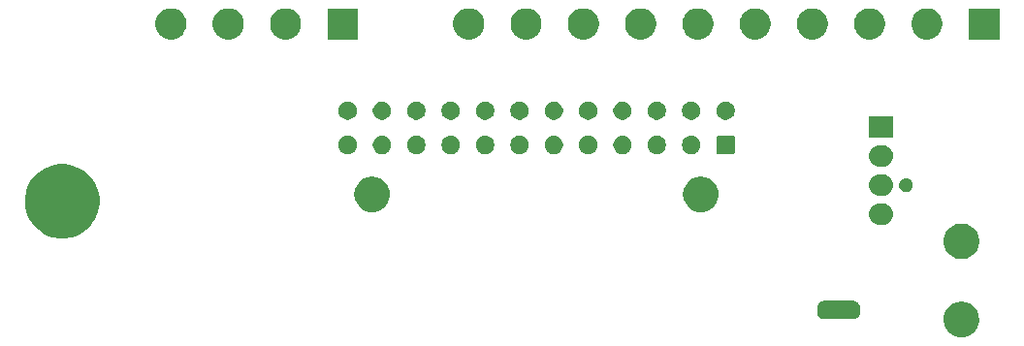
<source format=gbr>
G04 #@! TF.GenerationSoftware,KiCad,Pcbnew,5.1.5-52549c5~84~ubuntu18.04.1*
G04 #@! TF.CreationDate,2020-03-22T20:22:03-04:00*
G04 #@! TF.ProjectId,imac_g3_down_converter_board_adapter,696d6163-5f67-4335-9f64-6f776e5f636f,1*
G04 #@! TF.SameCoordinates,Original*
G04 #@! TF.FileFunction,Soldermask,Top*
G04 #@! TF.FilePolarity,Negative*
%FSLAX46Y46*%
G04 Gerber Fmt 4.6, Leading zero omitted, Abs format (unit mm)*
G04 Created by KiCad (PCBNEW 5.1.5-52549c5~84~ubuntu18.04.1) date 2020-03-22 20:22:03*
%MOMM*%
%LPD*%
G04 APERTURE LIST*
%ADD10C,0.100000*%
G04 APERTURE END LIST*
D10*
G36*
X171764585Y-93993803D02*
G01*
X171914410Y-94023605D01*
X172196674Y-94140522D01*
X172450705Y-94310260D01*
X172666741Y-94526296D01*
X172836479Y-94780327D01*
X172953396Y-95062591D01*
X172978711Y-95189858D01*
X172999314Y-95293434D01*
X173013000Y-95362241D01*
X173013000Y-95667761D01*
X172953396Y-95967411D01*
X172836479Y-96249675D01*
X172666741Y-96503706D01*
X172450705Y-96719742D01*
X172196674Y-96889480D01*
X171914410Y-97006397D01*
X171764585Y-97036199D01*
X171614761Y-97066001D01*
X171309239Y-97066001D01*
X171159415Y-97036199D01*
X171009590Y-97006397D01*
X170727326Y-96889480D01*
X170473295Y-96719742D01*
X170257259Y-96503706D01*
X170087521Y-96249675D01*
X169970604Y-95967411D01*
X169911000Y-95667761D01*
X169911000Y-95362241D01*
X169924687Y-95293434D01*
X169945289Y-95189858D01*
X169970604Y-95062591D01*
X170087521Y-94780327D01*
X170257259Y-94526296D01*
X170473295Y-94310260D01*
X170727326Y-94140522D01*
X171009590Y-94023605D01*
X171159415Y-93993803D01*
X171309239Y-93964001D01*
X171614761Y-93964001D01*
X171764585Y-93993803D01*
G37*
G36*
X160021999Y-93889737D02*
G01*
X160036528Y-93894145D01*
X160049711Y-93899606D01*
X160073745Y-93904388D01*
X160098249Y-93904389D01*
X160122282Y-93899609D01*
X160144921Y-93890232D01*
X160146765Y-93889000D01*
X161378050Y-93889000D01*
X161390164Y-93895475D01*
X161413613Y-93902588D01*
X161437999Y-93904990D01*
X161462385Y-93902588D01*
X161485834Y-93895475D01*
X161490746Y-93893152D01*
X161502001Y-93889737D01*
X161518140Y-93888148D01*
X162055861Y-93888148D01*
X162074199Y-93889954D01*
X162086450Y-93890556D01*
X162104869Y-93890556D01*
X162127149Y-93892750D01*
X162211233Y-93909476D01*
X162232660Y-93915976D01*
X162311858Y-93948780D01*
X162317303Y-93951691D01*
X162317309Y-93951693D01*
X162326169Y-93956429D01*
X162326173Y-93956432D01*
X162331614Y-93959340D01*
X162402899Y-94006971D01*
X162420204Y-94021172D01*
X162480828Y-94081796D01*
X162495029Y-94099101D01*
X162542660Y-94170386D01*
X162545568Y-94175827D01*
X162545571Y-94175831D01*
X162550307Y-94184691D01*
X162550309Y-94184697D01*
X162553220Y-94190142D01*
X162586024Y-94269340D01*
X162592524Y-94290767D01*
X162609250Y-94374851D01*
X162611444Y-94397131D01*
X162611444Y-94415550D01*
X162612046Y-94427801D01*
X162613852Y-94446139D01*
X162613852Y-94933862D01*
X162612046Y-94952199D01*
X162611444Y-94964450D01*
X162611444Y-94982869D01*
X162609250Y-95005149D01*
X162592524Y-95089233D01*
X162586024Y-95110660D01*
X162553220Y-95189858D01*
X162550309Y-95195303D01*
X162550307Y-95195309D01*
X162545571Y-95204169D01*
X162545568Y-95204173D01*
X162542660Y-95209614D01*
X162495029Y-95280899D01*
X162480828Y-95298204D01*
X162420204Y-95358828D01*
X162402899Y-95373029D01*
X162331614Y-95420660D01*
X162326173Y-95423568D01*
X162326169Y-95423571D01*
X162317309Y-95428307D01*
X162317303Y-95428309D01*
X162311858Y-95431220D01*
X162232660Y-95464024D01*
X162211233Y-95470524D01*
X162127149Y-95487250D01*
X162104869Y-95489444D01*
X162086450Y-95489444D01*
X162074199Y-95490046D01*
X162055862Y-95491852D01*
X161518140Y-95491852D01*
X161502001Y-95490263D01*
X161487472Y-95485855D01*
X161474289Y-95480394D01*
X161450255Y-95475612D01*
X161425751Y-95475611D01*
X161401718Y-95480391D01*
X161379079Y-95489768D01*
X161377235Y-95491000D01*
X160145950Y-95491000D01*
X160133836Y-95484525D01*
X160110387Y-95477412D01*
X160086001Y-95475010D01*
X160061615Y-95477412D01*
X160038166Y-95484525D01*
X160033254Y-95486848D01*
X160021999Y-95490263D01*
X160005860Y-95491852D01*
X159468138Y-95491852D01*
X159449801Y-95490046D01*
X159437550Y-95489444D01*
X159419131Y-95489444D01*
X159396851Y-95487250D01*
X159312767Y-95470524D01*
X159291340Y-95464024D01*
X159212142Y-95431220D01*
X159206697Y-95428309D01*
X159206691Y-95428307D01*
X159197831Y-95423571D01*
X159197827Y-95423568D01*
X159192386Y-95420660D01*
X159121101Y-95373029D01*
X159103796Y-95358828D01*
X159043172Y-95298204D01*
X159028971Y-95280899D01*
X158981340Y-95209614D01*
X158978432Y-95204173D01*
X158978429Y-95204169D01*
X158973693Y-95195309D01*
X158973691Y-95195303D01*
X158970780Y-95189858D01*
X158937976Y-95110660D01*
X158931476Y-95089233D01*
X158914750Y-95005149D01*
X158912556Y-94982869D01*
X158912556Y-94964450D01*
X158911954Y-94952199D01*
X158910148Y-94933862D01*
X158910148Y-94446139D01*
X158911954Y-94427801D01*
X158912556Y-94415550D01*
X158912556Y-94397131D01*
X158914750Y-94374851D01*
X158931476Y-94290767D01*
X158937976Y-94269340D01*
X158970780Y-94190142D01*
X158973691Y-94184697D01*
X158973693Y-94184691D01*
X158978429Y-94175831D01*
X158978432Y-94175827D01*
X158981340Y-94170386D01*
X159028971Y-94099101D01*
X159043172Y-94081796D01*
X159103796Y-94021172D01*
X159121101Y-94006971D01*
X159192386Y-93959340D01*
X159197827Y-93956432D01*
X159197831Y-93956429D01*
X159206691Y-93951693D01*
X159206697Y-93951691D01*
X159212142Y-93948780D01*
X159291340Y-93915976D01*
X159312767Y-93909476D01*
X159396851Y-93892750D01*
X159419131Y-93890556D01*
X159437550Y-93890556D01*
X159449801Y-93889954D01*
X159468139Y-93888148D01*
X160005860Y-93888148D01*
X160021999Y-93889737D01*
G37*
G36*
X171764585Y-87168802D02*
G01*
X171914410Y-87198604D01*
X172196674Y-87315521D01*
X172450705Y-87485259D01*
X172666741Y-87701295D01*
X172836479Y-87955326D01*
X172953396Y-88237590D01*
X173013000Y-88537240D01*
X173013000Y-88842760D01*
X172953396Y-89142410D01*
X172836479Y-89424674D01*
X172666741Y-89678705D01*
X172450705Y-89894741D01*
X172196674Y-90064479D01*
X171914410Y-90181396D01*
X171764585Y-90211198D01*
X171614761Y-90241000D01*
X171309239Y-90241000D01*
X171159415Y-90211198D01*
X171009590Y-90181396D01*
X170727326Y-90064479D01*
X170473295Y-89894741D01*
X170257259Y-89678705D01*
X170087521Y-89424674D01*
X169970604Y-89142410D01*
X169911000Y-88842760D01*
X169911000Y-88537240D01*
X169970604Y-88237590D01*
X170087521Y-87955326D01*
X170257259Y-87701295D01*
X170473295Y-87485259D01*
X170727326Y-87315521D01*
X171009590Y-87198604D01*
X171159415Y-87168802D01*
X171309239Y-87139000D01*
X171614761Y-87139000D01*
X171764585Y-87168802D01*
G37*
G36*
X93565291Y-81995311D02*
G01*
X93910282Y-82063934D01*
X94501926Y-82309001D01*
X94791523Y-82502504D01*
X95034391Y-82664783D01*
X95487217Y-83117609D01*
X95557986Y-83223523D01*
X95842999Y-83650074D01*
X96088066Y-84241718D01*
X96126958Y-84437240D01*
X96213000Y-84869803D01*
X96213000Y-85510197D01*
X96183370Y-85659156D01*
X96088066Y-86138282D01*
X95842999Y-86729926D01*
X95595265Y-87100685D01*
X95511533Y-87226000D01*
X95487216Y-87262392D01*
X95034392Y-87715216D01*
X94501926Y-88070999D01*
X93910282Y-88316066D01*
X93596239Y-88378533D01*
X93282197Y-88441000D01*
X92641803Y-88441000D01*
X92327761Y-88378533D01*
X92013718Y-88316066D01*
X91422074Y-88070999D01*
X90889608Y-87715216D01*
X90436784Y-87262392D01*
X90412468Y-87226000D01*
X90328735Y-87100685D01*
X90081001Y-86729926D01*
X89835934Y-86138282D01*
X89740630Y-85659156D01*
X89711000Y-85510197D01*
X89711000Y-84869803D01*
X89797042Y-84437240D01*
X89835934Y-84241718D01*
X90081001Y-83650074D01*
X90366014Y-83223523D01*
X90436783Y-83117609D01*
X90889609Y-82664783D01*
X91132477Y-82502504D01*
X91422074Y-82309001D01*
X92013718Y-82063934D01*
X92358709Y-81995311D01*
X92641803Y-81939000D01*
X93282197Y-81939000D01*
X93565291Y-81995311D01*
G37*
G36*
X164772343Y-85405361D02*
G01*
X164791568Y-85407254D01*
X164964234Y-85459632D01*
X165123365Y-85544689D01*
X165262844Y-85659156D01*
X165377311Y-85798635D01*
X165462368Y-85957766D01*
X165514746Y-86130433D01*
X165532432Y-86310000D01*
X165514746Y-86489567D01*
X165462368Y-86662234D01*
X165377311Y-86821365D01*
X165262844Y-86960844D01*
X165123365Y-87075311D01*
X164964234Y-87160368D01*
X164791568Y-87212746D01*
X164772343Y-87214639D01*
X164656998Y-87226000D01*
X164267002Y-87226000D01*
X164151657Y-87214639D01*
X164132432Y-87212746D01*
X163959766Y-87160368D01*
X163800635Y-87075311D01*
X163661156Y-86960844D01*
X163546689Y-86821365D01*
X163461632Y-86662234D01*
X163409254Y-86489567D01*
X163391568Y-86310000D01*
X163409254Y-86130433D01*
X163461632Y-85957766D01*
X163546689Y-85798635D01*
X163661156Y-85659156D01*
X163800635Y-85544689D01*
X163959766Y-85459632D01*
X164132432Y-85407254D01*
X164151657Y-85405361D01*
X164267002Y-85394000D01*
X164656998Y-85394000D01*
X164772343Y-85405361D01*
G37*
G36*
X149024585Y-83068802D02*
G01*
X149174410Y-83098604D01*
X149456674Y-83215521D01*
X149710705Y-83385259D01*
X149926741Y-83601295D01*
X150096479Y-83855326D01*
X150213396Y-84137590D01*
X150241994Y-84281363D01*
X150273000Y-84437239D01*
X150273000Y-84742761D01*
X150263538Y-84790329D01*
X150213396Y-85042410D01*
X150096479Y-85324674D01*
X149926741Y-85578705D01*
X149710705Y-85794741D01*
X149456674Y-85964479D01*
X149174410Y-86081396D01*
X149024585Y-86111198D01*
X148874761Y-86141000D01*
X148569239Y-86141000D01*
X148419415Y-86111198D01*
X148269590Y-86081396D01*
X147987326Y-85964479D01*
X147733295Y-85794741D01*
X147517259Y-85578705D01*
X147347521Y-85324674D01*
X147230604Y-85042410D01*
X147180462Y-84790329D01*
X147171000Y-84742761D01*
X147171000Y-84437239D01*
X147202006Y-84281363D01*
X147230604Y-84137590D01*
X147347521Y-83855326D01*
X147517259Y-83601295D01*
X147733295Y-83385259D01*
X147987326Y-83215521D01*
X148269590Y-83098604D01*
X148419415Y-83068802D01*
X148569239Y-83039000D01*
X148874761Y-83039000D01*
X149024585Y-83068802D01*
G37*
G36*
X120324585Y-83068802D02*
G01*
X120474410Y-83098604D01*
X120756674Y-83215521D01*
X121010705Y-83385259D01*
X121226741Y-83601295D01*
X121396479Y-83855326D01*
X121513396Y-84137590D01*
X121541994Y-84281363D01*
X121573000Y-84437239D01*
X121573000Y-84742761D01*
X121563538Y-84790329D01*
X121513396Y-85042410D01*
X121396479Y-85324674D01*
X121226741Y-85578705D01*
X121010705Y-85794741D01*
X120756674Y-85964479D01*
X120474410Y-86081396D01*
X120324585Y-86111198D01*
X120174761Y-86141000D01*
X119869239Y-86141000D01*
X119719415Y-86111198D01*
X119569590Y-86081396D01*
X119287326Y-85964479D01*
X119033295Y-85794741D01*
X118817259Y-85578705D01*
X118647521Y-85324674D01*
X118530604Y-85042410D01*
X118480462Y-84790329D01*
X118471000Y-84742761D01*
X118471000Y-84437239D01*
X118502006Y-84281363D01*
X118530604Y-84137590D01*
X118647521Y-83855326D01*
X118817259Y-83601295D01*
X119033295Y-83385259D01*
X119287326Y-83215521D01*
X119569590Y-83098604D01*
X119719415Y-83068802D01*
X119869239Y-83039000D01*
X120174761Y-83039000D01*
X120324585Y-83068802D01*
G37*
G36*
X164772343Y-82865361D02*
G01*
X164791568Y-82867254D01*
X164964234Y-82919632D01*
X165123365Y-83004689D01*
X165262844Y-83119156D01*
X165377311Y-83258635D01*
X165462368Y-83417766D01*
X165514746Y-83590433D01*
X165532432Y-83770000D01*
X165514746Y-83949567D01*
X165462368Y-84122234D01*
X165377311Y-84281365D01*
X165262844Y-84420844D01*
X165123365Y-84535311D01*
X164964234Y-84620368D01*
X164791568Y-84672746D01*
X164772343Y-84674639D01*
X164656998Y-84686000D01*
X164267002Y-84686000D01*
X164151657Y-84674639D01*
X164132432Y-84672746D01*
X163959766Y-84620368D01*
X163800635Y-84535311D01*
X163661156Y-84420844D01*
X163546689Y-84281365D01*
X163461632Y-84122234D01*
X163409254Y-83949567D01*
X163391568Y-83770000D01*
X163409254Y-83590433D01*
X163461632Y-83417766D01*
X163546689Y-83258635D01*
X163661156Y-83119156D01*
X163800635Y-83004689D01*
X163959766Y-82919632D01*
X164132432Y-82867254D01*
X164151657Y-82865361D01*
X164267002Y-82854000D01*
X164656998Y-82854000D01*
X164772343Y-82865361D01*
G37*
G36*
X166758601Y-83184397D02*
G01*
X166797305Y-83192096D01*
X166829340Y-83205365D01*
X166906680Y-83237400D01*
X167005115Y-83303173D01*
X167088827Y-83386885D01*
X167154600Y-83485320D01*
X167176157Y-83537364D01*
X167198139Y-83590433D01*
X167199904Y-83594696D01*
X167223000Y-83710805D01*
X167223000Y-83829195D01*
X167210385Y-83892615D01*
X167199904Y-83945305D01*
X167198138Y-83949568D01*
X167154600Y-84054680D01*
X167088827Y-84153115D01*
X167005115Y-84236827D01*
X166906680Y-84302600D01*
X166829340Y-84334635D01*
X166797305Y-84347904D01*
X166758601Y-84355603D01*
X166681195Y-84371000D01*
X166562805Y-84371000D01*
X166485399Y-84355603D01*
X166446695Y-84347904D01*
X166414660Y-84334635D01*
X166337320Y-84302600D01*
X166238885Y-84236827D01*
X166155173Y-84153115D01*
X166089400Y-84054680D01*
X166045862Y-83949568D01*
X166044096Y-83945305D01*
X166033615Y-83892615D01*
X166021000Y-83829195D01*
X166021000Y-83710805D01*
X166044096Y-83594696D01*
X166045862Y-83590433D01*
X166067843Y-83537364D01*
X166089400Y-83485320D01*
X166155173Y-83386885D01*
X166238885Y-83303173D01*
X166337320Y-83237400D01*
X166414660Y-83205365D01*
X166446695Y-83192096D01*
X166485399Y-83184397D01*
X166562805Y-83169000D01*
X166681195Y-83169000D01*
X166758601Y-83184397D01*
G37*
G36*
X164772343Y-80325361D02*
G01*
X164791568Y-80327254D01*
X164862898Y-80348892D01*
X164964234Y-80379632D01*
X165123365Y-80464689D01*
X165262844Y-80579156D01*
X165377311Y-80718635D01*
X165462368Y-80877766D01*
X165466740Y-80892178D01*
X165511648Y-81040218D01*
X165514746Y-81050433D01*
X165532432Y-81230000D01*
X165514746Y-81409567D01*
X165462368Y-81582234D01*
X165377311Y-81741365D01*
X165262844Y-81880844D01*
X165123365Y-81995311D01*
X164964234Y-82080368D01*
X164877900Y-82106557D01*
X164791568Y-82132746D01*
X164772343Y-82134639D01*
X164656998Y-82146000D01*
X164267002Y-82146000D01*
X164151657Y-82134639D01*
X164132432Y-82132746D01*
X164046100Y-82106557D01*
X163959766Y-82080368D01*
X163800635Y-81995311D01*
X163661156Y-81880844D01*
X163546689Y-81741365D01*
X163461632Y-81582234D01*
X163409254Y-81409567D01*
X163391568Y-81230000D01*
X163409254Y-81050433D01*
X163412353Y-81040218D01*
X163457260Y-80892178D01*
X163461632Y-80877766D01*
X163546689Y-80718635D01*
X163661156Y-80579156D01*
X163800635Y-80464689D01*
X163959766Y-80379632D01*
X164061102Y-80348892D01*
X164132432Y-80327254D01*
X164151657Y-80325361D01*
X164267002Y-80314000D01*
X164656998Y-80314000D01*
X164772343Y-80325361D01*
G37*
G36*
X151535048Y-79473122D02*
G01*
X151569387Y-79483539D01*
X151601036Y-79500456D01*
X151628778Y-79523222D01*
X151651544Y-79550964D01*
X151668461Y-79582613D01*
X151678878Y-79616952D01*
X151683000Y-79658807D01*
X151683000Y-80881193D01*
X151678878Y-80923048D01*
X151668461Y-80957387D01*
X151651544Y-80989036D01*
X151628778Y-81016778D01*
X151601036Y-81039544D01*
X151569387Y-81056461D01*
X151535048Y-81066878D01*
X151493193Y-81071000D01*
X150270807Y-81071000D01*
X150228952Y-81066878D01*
X150194613Y-81056461D01*
X150162964Y-81039544D01*
X150135222Y-81016778D01*
X150112456Y-80989036D01*
X150095539Y-80957387D01*
X150085122Y-80923048D01*
X150081000Y-80881193D01*
X150081000Y-79658807D01*
X150085122Y-79616952D01*
X150095539Y-79582613D01*
X150112456Y-79550964D01*
X150135222Y-79523222D01*
X150162964Y-79500456D01*
X150194613Y-79483539D01*
X150228952Y-79473122D01*
X150270807Y-79469000D01*
X151493193Y-79469000D01*
X151535048Y-79473122D01*
G37*
G36*
X118115642Y-79499781D02*
G01*
X118239208Y-79550964D01*
X118261416Y-79560163D01*
X118392608Y-79647822D01*
X118504178Y-79759392D01*
X118591837Y-79890584D01*
X118591838Y-79890586D01*
X118652219Y-80036358D01*
X118683000Y-80191107D01*
X118683000Y-80348893D01*
X118652219Y-80503642D01*
X118591838Y-80649414D01*
X118591837Y-80649416D01*
X118504178Y-80780608D01*
X118392608Y-80892178D01*
X118261416Y-80979837D01*
X118261415Y-80979838D01*
X118261414Y-80979838D01*
X118115642Y-81040219D01*
X117960893Y-81071000D01*
X117803107Y-81071000D01*
X117648358Y-81040219D01*
X117502586Y-80979838D01*
X117502585Y-80979838D01*
X117502584Y-80979837D01*
X117371392Y-80892178D01*
X117259822Y-80780608D01*
X117172163Y-80649416D01*
X117172162Y-80649414D01*
X117111781Y-80503642D01*
X117081000Y-80348893D01*
X117081000Y-80191107D01*
X117111781Y-80036358D01*
X117172162Y-79890586D01*
X117172163Y-79890584D01*
X117259822Y-79759392D01*
X117371392Y-79647822D01*
X117502584Y-79560163D01*
X117524792Y-79550964D01*
X117648358Y-79499781D01*
X117803107Y-79469000D01*
X117960893Y-79469000D01*
X118115642Y-79499781D01*
G37*
G36*
X148115642Y-79499781D02*
G01*
X148239208Y-79550964D01*
X148261416Y-79560163D01*
X148392608Y-79647822D01*
X148504178Y-79759392D01*
X148591837Y-79890584D01*
X148591838Y-79890586D01*
X148652219Y-80036358D01*
X148683000Y-80191107D01*
X148683000Y-80348893D01*
X148652219Y-80503642D01*
X148591838Y-80649414D01*
X148591837Y-80649416D01*
X148504178Y-80780608D01*
X148392608Y-80892178D01*
X148261416Y-80979837D01*
X148261415Y-80979838D01*
X148261414Y-80979838D01*
X148115642Y-81040219D01*
X147960893Y-81071000D01*
X147803107Y-81071000D01*
X147648358Y-81040219D01*
X147502586Y-80979838D01*
X147502585Y-80979838D01*
X147502584Y-80979837D01*
X147371392Y-80892178D01*
X147259822Y-80780608D01*
X147172163Y-80649416D01*
X147172162Y-80649414D01*
X147111781Y-80503642D01*
X147081000Y-80348893D01*
X147081000Y-80191107D01*
X147111781Y-80036358D01*
X147172162Y-79890586D01*
X147172163Y-79890584D01*
X147259822Y-79759392D01*
X147371392Y-79647822D01*
X147502584Y-79560163D01*
X147524792Y-79550964D01*
X147648358Y-79499781D01*
X147803107Y-79469000D01*
X147960893Y-79469000D01*
X148115642Y-79499781D01*
G37*
G36*
X145115642Y-79499781D02*
G01*
X145239208Y-79550964D01*
X145261416Y-79560163D01*
X145392608Y-79647822D01*
X145504178Y-79759392D01*
X145591837Y-79890584D01*
X145591838Y-79890586D01*
X145652219Y-80036358D01*
X145683000Y-80191107D01*
X145683000Y-80348893D01*
X145652219Y-80503642D01*
X145591838Y-80649414D01*
X145591837Y-80649416D01*
X145504178Y-80780608D01*
X145392608Y-80892178D01*
X145261416Y-80979837D01*
X145261415Y-80979838D01*
X145261414Y-80979838D01*
X145115642Y-81040219D01*
X144960893Y-81071000D01*
X144803107Y-81071000D01*
X144648358Y-81040219D01*
X144502586Y-80979838D01*
X144502585Y-80979838D01*
X144502584Y-80979837D01*
X144371392Y-80892178D01*
X144259822Y-80780608D01*
X144172163Y-80649416D01*
X144172162Y-80649414D01*
X144111781Y-80503642D01*
X144081000Y-80348893D01*
X144081000Y-80191107D01*
X144111781Y-80036358D01*
X144172162Y-79890586D01*
X144172163Y-79890584D01*
X144259822Y-79759392D01*
X144371392Y-79647822D01*
X144502584Y-79560163D01*
X144524792Y-79550964D01*
X144648358Y-79499781D01*
X144803107Y-79469000D01*
X144960893Y-79469000D01*
X145115642Y-79499781D01*
G37*
G36*
X142115642Y-79499781D02*
G01*
X142239208Y-79550964D01*
X142261416Y-79560163D01*
X142392608Y-79647822D01*
X142504178Y-79759392D01*
X142591837Y-79890584D01*
X142591838Y-79890586D01*
X142652219Y-80036358D01*
X142683000Y-80191107D01*
X142683000Y-80348893D01*
X142652219Y-80503642D01*
X142591838Y-80649414D01*
X142591837Y-80649416D01*
X142504178Y-80780608D01*
X142392608Y-80892178D01*
X142261416Y-80979837D01*
X142261415Y-80979838D01*
X142261414Y-80979838D01*
X142115642Y-81040219D01*
X141960893Y-81071000D01*
X141803107Y-81071000D01*
X141648358Y-81040219D01*
X141502586Y-80979838D01*
X141502585Y-80979838D01*
X141502584Y-80979837D01*
X141371392Y-80892178D01*
X141259822Y-80780608D01*
X141172163Y-80649416D01*
X141172162Y-80649414D01*
X141111781Y-80503642D01*
X141081000Y-80348893D01*
X141081000Y-80191107D01*
X141111781Y-80036358D01*
X141172162Y-79890586D01*
X141172163Y-79890584D01*
X141259822Y-79759392D01*
X141371392Y-79647822D01*
X141502584Y-79560163D01*
X141524792Y-79550964D01*
X141648358Y-79499781D01*
X141803107Y-79469000D01*
X141960893Y-79469000D01*
X142115642Y-79499781D01*
G37*
G36*
X139115642Y-79499781D02*
G01*
X139239208Y-79550964D01*
X139261416Y-79560163D01*
X139392608Y-79647822D01*
X139504178Y-79759392D01*
X139591837Y-79890584D01*
X139591838Y-79890586D01*
X139652219Y-80036358D01*
X139683000Y-80191107D01*
X139683000Y-80348893D01*
X139652219Y-80503642D01*
X139591838Y-80649414D01*
X139591837Y-80649416D01*
X139504178Y-80780608D01*
X139392608Y-80892178D01*
X139261416Y-80979837D01*
X139261415Y-80979838D01*
X139261414Y-80979838D01*
X139115642Y-81040219D01*
X138960893Y-81071000D01*
X138803107Y-81071000D01*
X138648358Y-81040219D01*
X138502586Y-80979838D01*
X138502585Y-80979838D01*
X138502584Y-80979837D01*
X138371392Y-80892178D01*
X138259822Y-80780608D01*
X138172163Y-80649416D01*
X138172162Y-80649414D01*
X138111781Y-80503642D01*
X138081000Y-80348893D01*
X138081000Y-80191107D01*
X138111781Y-80036358D01*
X138172162Y-79890586D01*
X138172163Y-79890584D01*
X138259822Y-79759392D01*
X138371392Y-79647822D01*
X138502584Y-79560163D01*
X138524792Y-79550964D01*
X138648358Y-79499781D01*
X138803107Y-79469000D01*
X138960893Y-79469000D01*
X139115642Y-79499781D01*
G37*
G36*
X136115642Y-79499781D02*
G01*
X136239208Y-79550964D01*
X136261416Y-79560163D01*
X136392608Y-79647822D01*
X136504178Y-79759392D01*
X136591837Y-79890584D01*
X136591838Y-79890586D01*
X136652219Y-80036358D01*
X136683000Y-80191107D01*
X136683000Y-80348893D01*
X136652219Y-80503642D01*
X136591838Y-80649414D01*
X136591837Y-80649416D01*
X136504178Y-80780608D01*
X136392608Y-80892178D01*
X136261416Y-80979837D01*
X136261415Y-80979838D01*
X136261414Y-80979838D01*
X136115642Y-81040219D01*
X135960893Y-81071000D01*
X135803107Y-81071000D01*
X135648358Y-81040219D01*
X135502586Y-80979838D01*
X135502585Y-80979838D01*
X135502584Y-80979837D01*
X135371392Y-80892178D01*
X135259822Y-80780608D01*
X135172163Y-80649416D01*
X135172162Y-80649414D01*
X135111781Y-80503642D01*
X135081000Y-80348893D01*
X135081000Y-80191107D01*
X135111781Y-80036358D01*
X135172162Y-79890586D01*
X135172163Y-79890584D01*
X135259822Y-79759392D01*
X135371392Y-79647822D01*
X135502584Y-79560163D01*
X135524792Y-79550964D01*
X135648358Y-79499781D01*
X135803107Y-79469000D01*
X135960893Y-79469000D01*
X136115642Y-79499781D01*
G37*
G36*
X133115642Y-79499781D02*
G01*
X133239208Y-79550964D01*
X133261416Y-79560163D01*
X133392608Y-79647822D01*
X133504178Y-79759392D01*
X133591837Y-79890584D01*
X133591838Y-79890586D01*
X133652219Y-80036358D01*
X133683000Y-80191107D01*
X133683000Y-80348893D01*
X133652219Y-80503642D01*
X133591838Y-80649414D01*
X133591837Y-80649416D01*
X133504178Y-80780608D01*
X133392608Y-80892178D01*
X133261416Y-80979837D01*
X133261415Y-80979838D01*
X133261414Y-80979838D01*
X133115642Y-81040219D01*
X132960893Y-81071000D01*
X132803107Y-81071000D01*
X132648358Y-81040219D01*
X132502586Y-80979838D01*
X132502585Y-80979838D01*
X132502584Y-80979837D01*
X132371392Y-80892178D01*
X132259822Y-80780608D01*
X132172163Y-80649416D01*
X132172162Y-80649414D01*
X132111781Y-80503642D01*
X132081000Y-80348893D01*
X132081000Y-80191107D01*
X132111781Y-80036358D01*
X132172162Y-79890586D01*
X132172163Y-79890584D01*
X132259822Y-79759392D01*
X132371392Y-79647822D01*
X132502584Y-79560163D01*
X132524792Y-79550964D01*
X132648358Y-79499781D01*
X132803107Y-79469000D01*
X132960893Y-79469000D01*
X133115642Y-79499781D01*
G37*
G36*
X130115642Y-79499781D02*
G01*
X130239208Y-79550964D01*
X130261416Y-79560163D01*
X130392608Y-79647822D01*
X130504178Y-79759392D01*
X130591837Y-79890584D01*
X130591838Y-79890586D01*
X130652219Y-80036358D01*
X130683000Y-80191107D01*
X130683000Y-80348893D01*
X130652219Y-80503642D01*
X130591838Y-80649414D01*
X130591837Y-80649416D01*
X130504178Y-80780608D01*
X130392608Y-80892178D01*
X130261416Y-80979837D01*
X130261415Y-80979838D01*
X130261414Y-80979838D01*
X130115642Y-81040219D01*
X129960893Y-81071000D01*
X129803107Y-81071000D01*
X129648358Y-81040219D01*
X129502586Y-80979838D01*
X129502585Y-80979838D01*
X129502584Y-80979837D01*
X129371392Y-80892178D01*
X129259822Y-80780608D01*
X129172163Y-80649416D01*
X129172162Y-80649414D01*
X129111781Y-80503642D01*
X129081000Y-80348893D01*
X129081000Y-80191107D01*
X129111781Y-80036358D01*
X129172162Y-79890586D01*
X129172163Y-79890584D01*
X129259822Y-79759392D01*
X129371392Y-79647822D01*
X129502584Y-79560163D01*
X129524792Y-79550964D01*
X129648358Y-79499781D01*
X129803107Y-79469000D01*
X129960893Y-79469000D01*
X130115642Y-79499781D01*
G37*
G36*
X127115642Y-79499781D02*
G01*
X127239208Y-79550964D01*
X127261416Y-79560163D01*
X127392608Y-79647822D01*
X127504178Y-79759392D01*
X127591837Y-79890584D01*
X127591838Y-79890586D01*
X127652219Y-80036358D01*
X127683000Y-80191107D01*
X127683000Y-80348893D01*
X127652219Y-80503642D01*
X127591838Y-80649414D01*
X127591837Y-80649416D01*
X127504178Y-80780608D01*
X127392608Y-80892178D01*
X127261416Y-80979837D01*
X127261415Y-80979838D01*
X127261414Y-80979838D01*
X127115642Y-81040219D01*
X126960893Y-81071000D01*
X126803107Y-81071000D01*
X126648358Y-81040219D01*
X126502586Y-80979838D01*
X126502585Y-80979838D01*
X126502584Y-80979837D01*
X126371392Y-80892178D01*
X126259822Y-80780608D01*
X126172163Y-80649416D01*
X126172162Y-80649414D01*
X126111781Y-80503642D01*
X126081000Y-80348893D01*
X126081000Y-80191107D01*
X126111781Y-80036358D01*
X126172162Y-79890586D01*
X126172163Y-79890584D01*
X126259822Y-79759392D01*
X126371392Y-79647822D01*
X126502584Y-79560163D01*
X126524792Y-79550964D01*
X126648358Y-79499781D01*
X126803107Y-79469000D01*
X126960893Y-79469000D01*
X127115642Y-79499781D01*
G37*
G36*
X124115642Y-79499781D02*
G01*
X124239208Y-79550964D01*
X124261416Y-79560163D01*
X124392608Y-79647822D01*
X124504178Y-79759392D01*
X124591837Y-79890584D01*
X124591838Y-79890586D01*
X124652219Y-80036358D01*
X124683000Y-80191107D01*
X124683000Y-80348893D01*
X124652219Y-80503642D01*
X124591838Y-80649414D01*
X124591837Y-80649416D01*
X124504178Y-80780608D01*
X124392608Y-80892178D01*
X124261416Y-80979837D01*
X124261415Y-80979838D01*
X124261414Y-80979838D01*
X124115642Y-81040219D01*
X123960893Y-81071000D01*
X123803107Y-81071000D01*
X123648358Y-81040219D01*
X123502586Y-80979838D01*
X123502585Y-80979838D01*
X123502584Y-80979837D01*
X123371392Y-80892178D01*
X123259822Y-80780608D01*
X123172163Y-80649416D01*
X123172162Y-80649414D01*
X123111781Y-80503642D01*
X123081000Y-80348893D01*
X123081000Y-80191107D01*
X123111781Y-80036358D01*
X123172162Y-79890586D01*
X123172163Y-79890584D01*
X123259822Y-79759392D01*
X123371392Y-79647822D01*
X123502584Y-79560163D01*
X123524792Y-79550964D01*
X123648358Y-79499781D01*
X123803107Y-79469000D01*
X123960893Y-79469000D01*
X124115642Y-79499781D01*
G37*
G36*
X121115642Y-79499781D02*
G01*
X121239208Y-79550964D01*
X121261416Y-79560163D01*
X121392608Y-79647822D01*
X121504178Y-79759392D01*
X121591837Y-79890584D01*
X121591838Y-79890586D01*
X121652219Y-80036358D01*
X121683000Y-80191107D01*
X121683000Y-80348893D01*
X121652219Y-80503642D01*
X121591838Y-80649414D01*
X121591837Y-80649416D01*
X121504178Y-80780608D01*
X121392608Y-80892178D01*
X121261416Y-80979837D01*
X121261415Y-80979838D01*
X121261414Y-80979838D01*
X121115642Y-81040219D01*
X120960893Y-81071000D01*
X120803107Y-81071000D01*
X120648358Y-81040219D01*
X120502586Y-80979838D01*
X120502585Y-80979838D01*
X120502584Y-80979837D01*
X120371392Y-80892178D01*
X120259822Y-80780608D01*
X120172163Y-80649416D01*
X120172162Y-80649414D01*
X120111781Y-80503642D01*
X120081000Y-80348893D01*
X120081000Y-80191107D01*
X120111781Y-80036358D01*
X120172162Y-79890586D01*
X120172163Y-79890584D01*
X120259822Y-79759392D01*
X120371392Y-79647822D01*
X120502584Y-79560163D01*
X120524792Y-79550964D01*
X120648358Y-79499781D01*
X120803107Y-79469000D01*
X120960893Y-79469000D01*
X121115642Y-79499781D01*
G37*
G36*
X165528000Y-79606000D02*
G01*
X163396000Y-79606000D01*
X163396000Y-77774000D01*
X165528000Y-77774000D01*
X165528000Y-79606000D01*
G37*
G36*
X148115642Y-76499781D02*
G01*
X148261414Y-76560162D01*
X148261416Y-76560163D01*
X148392608Y-76647822D01*
X148504178Y-76759392D01*
X148591837Y-76890584D01*
X148591838Y-76890586D01*
X148652219Y-77036358D01*
X148683000Y-77191107D01*
X148683000Y-77348893D01*
X148652219Y-77503642D01*
X148591838Y-77649414D01*
X148591837Y-77649416D01*
X148504178Y-77780608D01*
X148392608Y-77892178D01*
X148261416Y-77979837D01*
X148261415Y-77979838D01*
X148261414Y-77979838D01*
X148115642Y-78040219D01*
X147960893Y-78071000D01*
X147803107Y-78071000D01*
X147648358Y-78040219D01*
X147502586Y-77979838D01*
X147502585Y-77979838D01*
X147502584Y-77979837D01*
X147371392Y-77892178D01*
X147259822Y-77780608D01*
X147172163Y-77649416D01*
X147172162Y-77649414D01*
X147111781Y-77503642D01*
X147081000Y-77348893D01*
X147081000Y-77191107D01*
X147111781Y-77036358D01*
X147172162Y-76890586D01*
X147172163Y-76890584D01*
X147259822Y-76759392D01*
X147371392Y-76647822D01*
X147502584Y-76560163D01*
X147502586Y-76560162D01*
X147648358Y-76499781D01*
X147803107Y-76469000D01*
X147960893Y-76469000D01*
X148115642Y-76499781D01*
G37*
G36*
X121115642Y-76499781D02*
G01*
X121261414Y-76560162D01*
X121261416Y-76560163D01*
X121392608Y-76647822D01*
X121504178Y-76759392D01*
X121591837Y-76890584D01*
X121591838Y-76890586D01*
X121652219Y-77036358D01*
X121683000Y-77191107D01*
X121683000Y-77348893D01*
X121652219Y-77503642D01*
X121591838Y-77649414D01*
X121591837Y-77649416D01*
X121504178Y-77780608D01*
X121392608Y-77892178D01*
X121261416Y-77979837D01*
X121261415Y-77979838D01*
X121261414Y-77979838D01*
X121115642Y-78040219D01*
X120960893Y-78071000D01*
X120803107Y-78071000D01*
X120648358Y-78040219D01*
X120502586Y-77979838D01*
X120502585Y-77979838D01*
X120502584Y-77979837D01*
X120371392Y-77892178D01*
X120259822Y-77780608D01*
X120172163Y-77649416D01*
X120172162Y-77649414D01*
X120111781Y-77503642D01*
X120081000Y-77348893D01*
X120081000Y-77191107D01*
X120111781Y-77036358D01*
X120172162Y-76890586D01*
X120172163Y-76890584D01*
X120259822Y-76759392D01*
X120371392Y-76647822D01*
X120502584Y-76560163D01*
X120502586Y-76560162D01*
X120648358Y-76499781D01*
X120803107Y-76469000D01*
X120960893Y-76469000D01*
X121115642Y-76499781D01*
G37*
G36*
X151115642Y-76499781D02*
G01*
X151261414Y-76560162D01*
X151261416Y-76560163D01*
X151392608Y-76647822D01*
X151504178Y-76759392D01*
X151591837Y-76890584D01*
X151591838Y-76890586D01*
X151652219Y-77036358D01*
X151683000Y-77191107D01*
X151683000Y-77348893D01*
X151652219Y-77503642D01*
X151591838Y-77649414D01*
X151591837Y-77649416D01*
X151504178Y-77780608D01*
X151392608Y-77892178D01*
X151261416Y-77979837D01*
X151261415Y-77979838D01*
X151261414Y-77979838D01*
X151115642Y-78040219D01*
X150960893Y-78071000D01*
X150803107Y-78071000D01*
X150648358Y-78040219D01*
X150502586Y-77979838D01*
X150502585Y-77979838D01*
X150502584Y-77979837D01*
X150371392Y-77892178D01*
X150259822Y-77780608D01*
X150172163Y-77649416D01*
X150172162Y-77649414D01*
X150111781Y-77503642D01*
X150081000Y-77348893D01*
X150081000Y-77191107D01*
X150111781Y-77036358D01*
X150172162Y-76890586D01*
X150172163Y-76890584D01*
X150259822Y-76759392D01*
X150371392Y-76647822D01*
X150502584Y-76560163D01*
X150502586Y-76560162D01*
X150648358Y-76499781D01*
X150803107Y-76469000D01*
X150960893Y-76469000D01*
X151115642Y-76499781D01*
G37*
G36*
X139115642Y-76499781D02*
G01*
X139261414Y-76560162D01*
X139261416Y-76560163D01*
X139392608Y-76647822D01*
X139504178Y-76759392D01*
X139591837Y-76890584D01*
X139591838Y-76890586D01*
X139652219Y-77036358D01*
X139683000Y-77191107D01*
X139683000Y-77348893D01*
X139652219Y-77503642D01*
X139591838Y-77649414D01*
X139591837Y-77649416D01*
X139504178Y-77780608D01*
X139392608Y-77892178D01*
X139261416Y-77979837D01*
X139261415Y-77979838D01*
X139261414Y-77979838D01*
X139115642Y-78040219D01*
X138960893Y-78071000D01*
X138803107Y-78071000D01*
X138648358Y-78040219D01*
X138502586Y-77979838D01*
X138502585Y-77979838D01*
X138502584Y-77979837D01*
X138371392Y-77892178D01*
X138259822Y-77780608D01*
X138172163Y-77649416D01*
X138172162Y-77649414D01*
X138111781Y-77503642D01*
X138081000Y-77348893D01*
X138081000Y-77191107D01*
X138111781Y-77036358D01*
X138172162Y-76890586D01*
X138172163Y-76890584D01*
X138259822Y-76759392D01*
X138371392Y-76647822D01*
X138502584Y-76560163D01*
X138502586Y-76560162D01*
X138648358Y-76499781D01*
X138803107Y-76469000D01*
X138960893Y-76469000D01*
X139115642Y-76499781D01*
G37*
G36*
X118115642Y-76499781D02*
G01*
X118261414Y-76560162D01*
X118261416Y-76560163D01*
X118392608Y-76647822D01*
X118504178Y-76759392D01*
X118591837Y-76890584D01*
X118591838Y-76890586D01*
X118652219Y-77036358D01*
X118683000Y-77191107D01*
X118683000Y-77348893D01*
X118652219Y-77503642D01*
X118591838Y-77649414D01*
X118591837Y-77649416D01*
X118504178Y-77780608D01*
X118392608Y-77892178D01*
X118261416Y-77979837D01*
X118261415Y-77979838D01*
X118261414Y-77979838D01*
X118115642Y-78040219D01*
X117960893Y-78071000D01*
X117803107Y-78071000D01*
X117648358Y-78040219D01*
X117502586Y-77979838D01*
X117502585Y-77979838D01*
X117502584Y-77979837D01*
X117371392Y-77892178D01*
X117259822Y-77780608D01*
X117172163Y-77649416D01*
X117172162Y-77649414D01*
X117111781Y-77503642D01*
X117081000Y-77348893D01*
X117081000Y-77191107D01*
X117111781Y-77036358D01*
X117172162Y-76890586D01*
X117172163Y-76890584D01*
X117259822Y-76759392D01*
X117371392Y-76647822D01*
X117502584Y-76560163D01*
X117502586Y-76560162D01*
X117648358Y-76499781D01*
X117803107Y-76469000D01*
X117960893Y-76469000D01*
X118115642Y-76499781D01*
G37*
G36*
X124115642Y-76499781D02*
G01*
X124261414Y-76560162D01*
X124261416Y-76560163D01*
X124392608Y-76647822D01*
X124504178Y-76759392D01*
X124591837Y-76890584D01*
X124591838Y-76890586D01*
X124652219Y-77036358D01*
X124683000Y-77191107D01*
X124683000Y-77348893D01*
X124652219Y-77503642D01*
X124591838Y-77649414D01*
X124591837Y-77649416D01*
X124504178Y-77780608D01*
X124392608Y-77892178D01*
X124261416Y-77979837D01*
X124261415Y-77979838D01*
X124261414Y-77979838D01*
X124115642Y-78040219D01*
X123960893Y-78071000D01*
X123803107Y-78071000D01*
X123648358Y-78040219D01*
X123502586Y-77979838D01*
X123502585Y-77979838D01*
X123502584Y-77979837D01*
X123371392Y-77892178D01*
X123259822Y-77780608D01*
X123172163Y-77649416D01*
X123172162Y-77649414D01*
X123111781Y-77503642D01*
X123081000Y-77348893D01*
X123081000Y-77191107D01*
X123111781Y-77036358D01*
X123172162Y-76890586D01*
X123172163Y-76890584D01*
X123259822Y-76759392D01*
X123371392Y-76647822D01*
X123502584Y-76560163D01*
X123502586Y-76560162D01*
X123648358Y-76499781D01*
X123803107Y-76469000D01*
X123960893Y-76469000D01*
X124115642Y-76499781D01*
G37*
G36*
X127115642Y-76499781D02*
G01*
X127261414Y-76560162D01*
X127261416Y-76560163D01*
X127392608Y-76647822D01*
X127504178Y-76759392D01*
X127591837Y-76890584D01*
X127591838Y-76890586D01*
X127652219Y-77036358D01*
X127683000Y-77191107D01*
X127683000Y-77348893D01*
X127652219Y-77503642D01*
X127591838Y-77649414D01*
X127591837Y-77649416D01*
X127504178Y-77780608D01*
X127392608Y-77892178D01*
X127261416Y-77979837D01*
X127261415Y-77979838D01*
X127261414Y-77979838D01*
X127115642Y-78040219D01*
X126960893Y-78071000D01*
X126803107Y-78071000D01*
X126648358Y-78040219D01*
X126502586Y-77979838D01*
X126502585Y-77979838D01*
X126502584Y-77979837D01*
X126371392Y-77892178D01*
X126259822Y-77780608D01*
X126172163Y-77649416D01*
X126172162Y-77649414D01*
X126111781Y-77503642D01*
X126081000Y-77348893D01*
X126081000Y-77191107D01*
X126111781Y-77036358D01*
X126172162Y-76890586D01*
X126172163Y-76890584D01*
X126259822Y-76759392D01*
X126371392Y-76647822D01*
X126502584Y-76560163D01*
X126502586Y-76560162D01*
X126648358Y-76499781D01*
X126803107Y-76469000D01*
X126960893Y-76469000D01*
X127115642Y-76499781D01*
G37*
G36*
X130115642Y-76499781D02*
G01*
X130261414Y-76560162D01*
X130261416Y-76560163D01*
X130392608Y-76647822D01*
X130504178Y-76759392D01*
X130591837Y-76890584D01*
X130591838Y-76890586D01*
X130652219Y-77036358D01*
X130683000Y-77191107D01*
X130683000Y-77348893D01*
X130652219Y-77503642D01*
X130591838Y-77649414D01*
X130591837Y-77649416D01*
X130504178Y-77780608D01*
X130392608Y-77892178D01*
X130261416Y-77979837D01*
X130261415Y-77979838D01*
X130261414Y-77979838D01*
X130115642Y-78040219D01*
X129960893Y-78071000D01*
X129803107Y-78071000D01*
X129648358Y-78040219D01*
X129502586Y-77979838D01*
X129502585Y-77979838D01*
X129502584Y-77979837D01*
X129371392Y-77892178D01*
X129259822Y-77780608D01*
X129172163Y-77649416D01*
X129172162Y-77649414D01*
X129111781Y-77503642D01*
X129081000Y-77348893D01*
X129081000Y-77191107D01*
X129111781Y-77036358D01*
X129172162Y-76890586D01*
X129172163Y-76890584D01*
X129259822Y-76759392D01*
X129371392Y-76647822D01*
X129502584Y-76560163D01*
X129502586Y-76560162D01*
X129648358Y-76499781D01*
X129803107Y-76469000D01*
X129960893Y-76469000D01*
X130115642Y-76499781D01*
G37*
G36*
X133115642Y-76499781D02*
G01*
X133261414Y-76560162D01*
X133261416Y-76560163D01*
X133392608Y-76647822D01*
X133504178Y-76759392D01*
X133591837Y-76890584D01*
X133591838Y-76890586D01*
X133652219Y-77036358D01*
X133683000Y-77191107D01*
X133683000Y-77348893D01*
X133652219Y-77503642D01*
X133591838Y-77649414D01*
X133591837Y-77649416D01*
X133504178Y-77780608D01*
X133392608Y-77892178D01*
X133261416Y-77979837D01*
X133261415Y-77979838D01*
X133261414Y-77979838D01*
X133115642Y-78040219D01*
X132960893Y-78071000D01*
X132803107Y-78071000D01*
X132648358Y-78040219D01*
X132502586Y-77979838D01*
X132502585Y-77979838D01*
X132502584Y-77979837D01*
X132371392Y-77892178D01*
X132259822Y-77780608D01*
X132172163Y-77649416D01*
X132172162Y-77649414D01*
X132111781Y-77503642D01*
X132081000Y-77348893D01*
X132081000Y-77191107D01*
X132111781Y-77036358D01*
X132172162Y-76890586D01*
X132172163Y-76890584D01*
X132259822Y-76759392D01*
X132371392Y-76647822D01*
X132502584Y-76560163D01*
X132502586Y-76560162D01*
X132648358Y-76499781D01*
X132803107Y-76469000D01*
X132960893Y-76469000D01*
X133115642Y-76499781D01*
G37*
G36*
X136115642Y-76499781D02*
G01*
X136261414Y-76560162D01*
X136261416Y-76560163D01*
X136392608Y-76647822D01*
X136504178Y-76759392D01*
X136591837Y-76890584D01*
X136591838Y-76890586D01*
X136652219Y-77036358D01*
X136683000Y-77191107D01*
X136683000Y-77348893D01*
X136652219Y-77503642D01*
X136591838Y-77649414D01*
X136591837Y-77649416D01*
X136504178Y-77780608D01*
X136392608Y-77892178D01*
X136261416Y-77979837D01*
X136261415Y-77979838D01*
X136261414Y-77979838D01*
X136115642Y-78040219D01*
X135960893Y-78071000D01*
X135803107Y-78071000D01*
X135648358Y-78040219D01*
X135502586Y-77979838D01*
X135502585Y-77979838D01*
X135502584Y-77979837D01*
X135371392Y-77892178D01*
X135259822Y-77780608D01*
X135172163Y-77649416D01*
X135172162Y-77649414D01*
X135111781Y-77503642D01*
X135081000Y-77348893D01*
X135081000Y-77191107D01*
X135111781Y-77036358D01*
X135172162Y-76890586D01*
X135172163Y-76890584D01*
X135259822Y-76759392D01*
X135371392Y-76647822D01*
X135502584Y-76560163D01*
X135502586Y-76560162D01*
X135648358Y-76499781D01*
X135803107Y-76469000D01*
X135960893Y-76469000D01*
X136115642Y-76499781D01*
G37*
G36*
X142115642Y-76499781D02*
G01*
X142261414Y-76560162D01*
X142261416Y-76560163D01*
X142392608Y-76647822D01*
X142504178Y-76759392D01*
X142591837Y-76890584D01*
X142591838Y-76890586D01*
X142652219Y-77036358D01*
X142683000Y-77191107D01*
X142683000Y-77348893D01*
X142652219Y-77503642D01*
X142591838Y-77649414D01*
X142591837Y-77649416D01*
X142504178Y-77780608D01*
X142392608Y-77892178D01*
X142261416Y-77979837D01*
X142261415Y-77979838D01*
X142261414Y-77979838D01*
X142115642Y-78040219D01*
X141960893Y-78071000D01*
X141803107Y-78071000D01*
X141648358Y-78040219D01*
X141502586Y-77979838D01*
X141502585Y-77979838D01*
X141502584Y-77979837D01*
X141371392Y-77892178D01*
X141259822Y-77780608D01*
X141172163Y-77649416D01*
X141172162Y-77649414D01*
X141111781Y-77503642D01*
X141081000Y-77348893D01*
X141081000Y-77191107D01*
X141111781Y-77036358D01*
X141172162Y-76890586D01*
X141172163Y-76890584D01*
X141259822Y-76759392D01*
X141371392Y-76647822D01*
X141502584Y-76560163D01*
X141502586Y-76560162D01*
X141648358Y-76499781D01*
X141803107Y-76469000D01*
X141960893Y-76469000D01*
X142115642Y-76499781D01*
G37*
G36*
X145115642Y-76499781D02*
G01*
X145261414Y-76560162D01*
X145261416Y-76560163D01*
X145392608Y-76647822D01*
X145504178Y-76759392D01*
X145591837Y-76890584D01*
X145591838Y-76890586D01*
X145652219Y-77036358D01*
X145683000Y-77191107D01*
X145683000Y-77348893D01*
X145652219Y-77503642D01*
X145591838Y-77649414D01*
X145591837Y-77649416D01*
X145504178Y-77780608D01*
X145392608Y-77892178D01*
X145261416Y-77979837D01*
X145261415Y-77979838D01*
X145261414Y-77979838D01*
X145115642Y-78040219D01*
X144960893Y-78071000D01*
X144803107Y-78071000D01*
X144648358Y-78040219D01*
X144502586Y-77979838D01*
X144502585Y-77979838D01*
X144502584Y-77979837D01*
X144371392Y-77892178D01*
X144259822Y-77780608D01*
X144172163Y-77649416D01*
X144172162Y-77649414D01*
X144111781Y-77503642D01*
X144081000Y-77348893D01*
X144081000Y-77191107D01*
X144111781Y-77036358D01*
X144172162Y-76890586D01*
X144172163Y-76890584D01*
X144259822Y-76759392D01*
X144371392Y-76647822D01*
X144502584Y-76560163D01*
X144502586Y-76560162D01*
X144648358Y-76499781D01*
X144803107Y-76469000D01*
X144960893Y-76469000D01*
X145115642Y-76499781D01*
G37*
G36*
X148856072Y-68390918D02*
G01*
X149101939Y-68492759D01*
X149323212Y-68640610D01*
X149511390Y-68828788D01*
X149659241Y-69050061D01*
X149761082Y-69295928D01*
X149813000Y-69556938D01*
X149813000Y-69823062D01*
X149761082Y-70084072D01*
X149659241Y-70329939D01*
X149511390Y-70551212D01*
X149323212Y-70739390D01*
X149101939Y-70887241D01*
X149101938Y-70887242D01*
X149101937Y-70887242D01*
X148856072Y-70989082D01*
X148595063Y-71041000D01*
X148328937Y-71041000D01*
X148067928Y-70989082D01*
X147822063Y-70887242D01*
X147822062Y-70887242D01*
X147822061Y-70887241D01*
X147600788Y-70739390D01*
X147412610Y-70551212D01*
X147264759Y-70329939D01*
X147162918Y-70084072D01*
X147111000Y-69823062D01*
X147111000Y-69556938D01*
X147162918Y-69295928D01*
X147264759Y-69050061D01*
X147412610Y-68828788D01*
X147600788Y-68640610D01*
X147822061Y-68492759D01*
X148067928Y-68390918D01*
X148328937Y-68339000D01*
X148595063Y-68339000D01*
X148856072Y-68390918D01*
G37*
G36*
X168856072Y-68390918D02*
G01*
X169101939Y-68492759D01*
X169323212Y-68640610D01*
X169511390Y-68828788D01*
X169659241Y-69050061D01*
X169761082Y-69295928D01*
X169813000Y-69556938D01*
X169813000Y-69823062D01*
X169761082Y-70084072D01*
X169659241Y-70329939D01*
X169511390Y-70551212D01*
X169323212Y-70739390D01*
X169101939Y-70887241D01*
X169101938Y-70887242D01*
X169101937Y-70887242D01*
X168856072Y-70989082D01*
X168595063Y-71041000D01*
X168328937Y-71041000D01*
X168067928Y-70989082D01*
X167822063Y-70887242D01*
X167822062Y-70887242D01*
X167822061Y-70887241D01*
X167600788Y-70739390D01*
X167412610Y-70551212D01*
X167264759Y-70329939D01*
X167162918Y-70084072D01*
X167111000Y-69823062D01*
X167111000Y-69556938D01*
X167162918Y-69295928D01*
X167264759Y-69050061D01*
X167412610Y-68828788D01*
X167600788Y-68640610D01*
X167822061Y-68492759D01*
X168067928Y-68390918D01*
X168328937Y-68339000D01*
X168595063Y-68339000D01*
X168856072Y-68390918D01*
G37*
G36*
X174813000Y-71041000D02*
G01*
X172111000Y-71041000D01*
X172111000Y-68339000D01*
X174813000Y-68339000D01*
X174813000Y-71041000D01*
G37*
G36*
X158856072Y-68390918D02*
G01*
X159101939Y-68492759D01*
X159323212Y-68640610D01*
X159511390Y-68828788D01*
X159659241Y-69050061D01*
X159761082Y-69295928D01*
X159813000Y-69556938D01*
X159813000Y-69823062D01*
X159761082Y-70084072D01*
X159659241Y-70329939D01*
X159511390Y-70551212D01*
X159323212Y-70739390D01*
X159101939Y-70887241D01*
X159101938Y-70887242D01*
X159101937Y-70887242D01*
X158856072Y-70989082D01*
X158595063Y-71041000D01*
X158328937Y-71041000D01*
X158067928Y-70989082D01*
X157822063Y-70887242D01*
X157822062Y-70887242D01*
X157822061Y-70887241D01*
X157600788Y-70739390D01*
X157412610Y-70551212D01*
X157264759Y-70329939D01*
X157162918Y-70084072D01*
X157111000Y-69823062D01*
X157111000Y-69556938D01*
X157162918Y-69295928D01*
X157264759Y-69050061D01*
X157412610Y-68828788D01*
X157600788Y-68640610D01*
X157822061Y-68492759D01*
X158067928Y-68390918D01*
X158328937Y-68339000D01*
X158595063Y-68339000D01*
X158856072Y-68390918D01*
G37*
G36*
X153856072Y-68390918D02*
G01*
X154101939Y-68492759D01*
X154323212Y-68640610D01*
X154511390Y-68828788D01*
X154659241Y-69050061D01*
X154761082Y-69295928D01*
X154813000Y-69556938D01*
X154813000Y-69823062D01*
X154761082Y-70084072D01*
X154659241Y-70329939D01*
X154511390Y-70551212D01*
X154323212Y-70739390D01*
X154101939Y-70887241D01*
X154101938Y-70887242D01*
X154101937Y-70887242D01*
X153856072Y-70989082D01*
X153595063Y-71041000D01*
X153328937Y-71041000D01*
X153067928Y-70989082D01*
X152822063Y-70887242D01*
X152822062Y-70887242D01*
X152822061Y-70887241D01*
X152600788Y-70739390D01*
X152412610Y-70551212D01*
X152264759Y-70329939D01*
X152162918Y-70084072D01*
X152111000Y-69823062D01*
X152111000Y-69556938D01*
X152162918Y-69295928D01*
X152264759Y-69050061D01*
X152412610Y-68828788D01*
X152600788Y-68640610D01*
X152822061Y-68492759D01*
X153067928Y-68390918D01*
X153328937Y-68339000D01*
X153595063Y-68339000D01*
X153856072Y-68390918D01*
G37*
G36*
X102856072Y-68390918D02*
G01*
X103101939Y-68492759D01*
X103323212Y-68640610D01*
X103511390Y-68828788D01*
X103659241Y-69050061D01*
X103761082Y-69295928D01*
X103813000Y-69556938D01*
X103813000Y-69823062D01*
X103761082Y-70084072D01*
X103659241Y-70329939D01*
X103511390Y-70551212D01*
X103323212Y-70739390D01*
X103101939Y-70887241D01*
X103101938Y-70887242D01*
X103101937Y-70887242D01*
X102856072Y-70989082D01*
X102595063Y-71041000D01*
X102328937Y-71041000D01*
X102067928Y-70989082D01*
X101822063Y-70887242D01*
X101822062Y-70887242D01*
X101822061Y-70887241D01*
X101600788Y-70739390D01*
X101412610Y-70551212D01*
X101264759Y-70329939D01*
X101162918Y-70084072D01*
X101111000Y-69823062D01*
X101111000Y-69556938D01*
X101162918Y-69295928D01*
X101264759Y-69050061D01*
X101412610Y-68828788D01*
X101600788Y-68640610D01*
X101822061Y-68492759D01*
X102067928Y-68390918D01*
X102328937Y-68339000D01*
X102595063Y-68339000D01*
X102856072Y-68390918D01*
G37*
G36*
X107856072Y-68390918D02*
G01*
X108101939Y-68492759D01*
X108323212Y-68640610D01*
X108511390Y-68828788D01*
X108659241Y-69050061D01*
X108761082Y-69295928D01*
X108813000Y-69556938D01*
X108813000Y-69823062D01*
X108761082Y-70084072D01*
X108659241Y-70329939D01*
X108511390Y-70551212D01*
X108323212Y-70739390D01*
X108101939Y-70887241D01*
X108101938Y-70887242D01*
X108101937Y-70887242D01*
X107856072Y-70989082D01*
X107595063Y-71041000D01*
X107328937Y-71041000D01*
X107067928Y-70989082D01*
X106822063Y-70887242D01*
X106822062Y-70887242D01*
X106822061Y-70887241D01*
X106600788Y-70739390D01*
X106412610Y-70551212D01*
X106264759Y-70329939D01*
X106162918Y-70084072D01*
X106111000Y-69823062D01*
X106111000Y-69556938D01*
X106162918Y-69295928D01*
X106264759Y-69050061D01*
X106412610Y-68828788D01*
X106600788Y-68640610D01*
X106822061Y-68492759D01*
X107067928Y-68390918D01*
X107328937Y-68339000D01*
X107595063Y-68339000D01*
X107856072Y-68390918D01*
G37*
G36*
X112856072Y-68390918D02*
G01*
X113101939Y-68492759D01*
X113323212Y-68640610D01*
X113511390Y-68828788D01*
X113659241Y-69050061D01*
X113761082Y-69295928D01*
X113813000Y-69556938D01*
X113813000Y-69823062D01*
X113761082Y-70084072D01*
X113659241Y-70329939D01*
X113511390Y-70551212D01*
X113323212Y-70739390D01*
X113101939Y-70887241D01*
X113101938Y-70887242D01*
X113101937Y-70887242D01*
X112856072Y-70989082D01*
X112595063Y-71041000D01*
X112328937Y-71041000D01*
X112067928Y-70989082D01*
X111822063Y-70887242D01*
X111822062Y-70887242D01*
X111822061Y-70887241D01*
X111600788Y-70739390D01*
X111412610Y-70551212D01*
X111264759Y-70329939D01*
X111162918Y-70084072D01*
X111111000Y-69823062D01*
X111111000Y-69556938D01*
X111162918Y-69295928D01*
X111264759Y-69050061D01*
X111412610Y-68828788D01*
X111600788Y-68640610D01*
X111822061Y-68492759D01*
X112067928Y-68390918D01*
X112328937Y-68339000D01*
X112595063Y-68339000D01*
X112856072Y-68390918D01*
G37*
G36*
X118813000Y-71041000D02*
G01*
X116111000Y-71041000D01*
X116111000Y-68339000D01*
X118813000Y-68339000D01*
X118813000Y-71041000D01*
G37*
G36*
X128856072Y-68390918D02*
G01*
X129101939Y-68492759D01*
X129323212Y-68640610D01*
X129511390Y-68828788D01*
X129659241Y-69050061D01*
X129761082Y-69295928D01*
X129813000Y-69556938D01*
X129813000Y-69823062D01*
X129761082Y-70084072D01*
X129659241Y-70329939D01*
X129511390Y-70551212D01*
X129323212Y-70739390D01*
X129101939Y-70887241D01*
X129101938Y-70887242D01*
X129101937Y-70887242D01*
X128856072Y-70989082D01*
X128595063Y-71041000D01*
X128328937Y-71041000D01*
X128067928Y-70989082D01*
X127822063Y-70887242D01*
X127822062Y-70887242D01*
X127822061Y-70887241D01*
X127600788Y-70739390D01*
X127412610Y-70551212D01*
X127264759Y-70329939D01*
X127162918Y-70084072D01*
X127111000Y-69823062D01*
X127111000Y-69556938D01*
X127162918Y-69295928D01*
X127264759Y-69050061D01*
X127412610Y-68828788D01*
X127600788Y-68640610D01*
X127822061Y-68492759D01*
X128067928Y-68390918D01*
X128328937Y-68339000D01*
X128595063Y-68339000D01*
X128856072Y-68390918D01*
G37*
G36*
X133856072Y-68390918D02*
G01*
X134101939Y-68492759D01*
X134323212Y-68640610D01*
X134511390Y-68828788D01*
X134659241Y-69050061D01*
X134761082Y-69295928D01*
X134813000Y-69556938D01*
X134813000Y-69823062D01*
X134761082Y-70084072D01*
X134659241Y-70329939D01*
X134511390Y-70551212D01*
X134323212Y-70739390D01*
X134101939Y-70887241D01*
X134101938Y-70887242D01*
X134101937Y-70887242D01*
X133856072Y-70989082D01*
X133595063Y-71041000D01*
X133328937Y-71041000D01*
X133067928Y-70989082D01*
X132822063Y-70887242D01*
X132822062Y-70887242D01*
X132822061Y-70887241D01*
X132600788Y-70739390D01*
X132412610Y-70551212D01*
X132264759Y-70329939D01*
X132162918Y-70084072D01*
X132111000Y-69823062D01*
X132111000Y-69556938D01*
X132162918Y-69295928D01*
X132264759Y-69050061D01*
X132412610Y-68828788D01*
X132600788Y-68640610D01*
X132822061Y-68492759D01*
X133067928Y-68390918D01*
X133328937Y-68339000D01*
X133595063Y-68339000D01*
X133856072Y-68390918D01*
G37*
G36*
X138856072Y-68390918D02*
G01*
X139101939Y-68492759D01*
X139323212Y-68640610D01*
X139511390Y-68828788D01*
X139659241Y-69050061D01*
X139761082Y-69295928D01*
X139813000Y-69556938D01*
X139813000Y-69823062D01*
X139761082Y-70084072D01*
X139659241Y-70329939D01*
X139511390Y-70551212D01*
X139323212Y-70739390D01*
X139101939Y-70887241D01*
X139101938Y-70887242D01*
X139101937Y-70887242D01*
X138856072Y-70989082D01*
X138595063Y-71041000D01*
X138328937Y-71041000D01*
X138067928Y-70989082D01*
X137822063Y-70887242D01*
X137822062Y-70887242D01*
X137822061Y-70887241D01*
X137600788Y-70739390D01*
X137412610Y-70551212D01*
X137264759Y-70329939D01*
X137162918Y-70084072D01*
X137111000Y-69823062D01*
X137111000Y-69556938D01*
X137162918Y-69295928D01*
X137264759Y-69050061D01*
X137412610Y-68828788D01*
X137600788Y-68640610D01*
X137822061Y-68492759D01*
X138067928Y-68390918D01*
X138328937Y-68339000D01*
X138595063Y-68339000D01*
X138856072Y-68390918D01*
G37*
G36*
X143856072Y-68390918D02*
G01*
X144101939Y-68492759D01*
X144323212Y-68640610D01*
X144511390Y-68828788D01*
X144659241Y-69050061D01*
X144761082Y-69295928D01*
X144813000Y-69556938D01*
X144813000Y-69823062D01*
X144761082Y-70084072D01*
X144659241Y-70329939D01*
X144511390Y-70551212D01*
X144323212Y-70739390D01*
X144101939Y-70887241D01*
X144101938Y-70887242D01*
X144101937Y-70887242D01*
X143856072Y-70989082D01*
X143595063Y-71041000D01*
X143328937Y-71041000D01*
X143067928Y-70989082D01*
X142822063Y-70887242D01*
X142822062Y-70887242D01*
X142822061Y-70887241D01*
X142600788Y-70739390D01*
X142412610Y-70551212D01*
X142264759Y-70329939D01*
X142162918Y-70084072D01*
X142111000Y-69823062D01*
X142111000Y-69556938D01*
X142162918Y-69295928D01*
X142264759Y-69050061D01*
X142412610Y-68828788D01*
X142600788Y-68640610D01*
X142822061Y-68492759D01*
X143067928Y-68390918D01*
X143328937Y-68339000D01*
X143595063Y-68339000D01*
X143856072Y-68390918D01*
G37*
G36*
X163856072Y-68390918D02*
G01*
X164101939Y-68492759D01*
X164323212Y-68640610D01*
X164511390Y-68828788D01*
X164659241Y-69050061D01*
X164761082Y-69295928D01*
X164813000Y-69556938D01*
X164813000Y-69823062D01*
X164761082Y-70084072D01*
X164659241Y-70329939D01*
X164511390Y-70551212D01*
X164323212Y-70739390D01*
X164101939Y-70887241D01*
X164101938Y-70887242D01*
X164101937Y-70887242D01*
X163856072Y-70989082D01*
X163595063Y-71041000D01*
X163328937Y-71041000D01*
X163067928Y-70989082D01*
X162822063Y-70887242D01*
X162822062Y-70887242D01*
X162822061Y-70887241D01*
X162600788Y-70739390D01*
X162412610Y-70551212D01*
X162264759Y-70329939D01*
X162162918Y-70084072D01*
X162111000Y-69823062D01*
X162111000Y-69556938D01*
X162162918Y-69295928D01*
X162264759Y-69050061D01*
X162412610Y-68828788D01*
X162600788Y-68640610D01*
X162822061Y-68492759D01*
X163067928Y-68390918D01*
X163328937Y-68339000D01*
X163595063Y-68339000D01*
X163856072Y-68390918D01*
G37*
M02*

</source>
